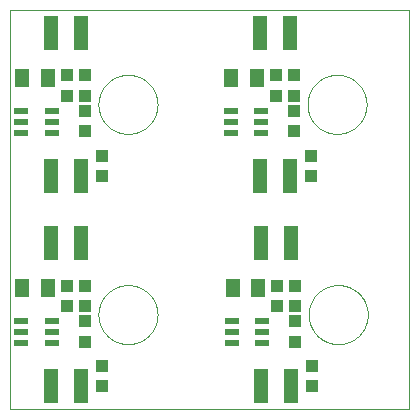
<source format=gtp>
G75*
%MOIN*%
%OFA0B0*%
%FSLAX25Y25*%
%IPPOS*%
%LPD*%
%AMOC8*
5,1,8,0,0,1.08239X$1,22.5*
%
%ADD10C,0.00000*%
%ADD11R,0.04331X0.03937*%
%ADD12R,0.04724X0.11811*%
%ADD13R,0.05000X0.02200*%
%ADD14R,0.05118X0.06299*%
D10*
X0001310Y0001539D02*
X0134381Y0001539D01*
X0134381Y0134610D01*
X0001310Y0134610D01*
X0001310Y0001539D01*
X0030798Y0032996D02*
X0030801Y0033238D01*
X0030810Y0033479D01*
X0030825Y0033720D01*
X0030845Y0033961D01*
X0030872Y0034201D01*
X0030905Y0034440D01*
X0030943Y0034679D01*
X0030987Y0034916D01*
X0031037Y0035153D01*
X0031093Y0035388D01*
X0031155Y0035621D01*
X0031222Y0035853D01*
X0031295Y0036084D01*
X0031373Y0036312D01*
X0031458Y0036538D01*
X0031547Y0036763D01*
X0031642Y0036985D01*
X0031743Y0037204D01*
X0031849Y0037422D01*
X0031960Y0037636D01*
X0032077Y0037848D01*
X0032198Y0038056D01*
X0032325Y0038262D01*
X0032457Y0038464D01*
X0032594Y0038664D01*
X0032735Y0038859D01*
X0032881Y0039052D01*
X0033032Y0039240D01*
X0033188Y0039425D01*
X0033348Y0039606D01*
X0033512Y0039783D01*
X0033681Y0039956D01*
X0033854Y0040125D01*
X0034031Y0040289D01*
X0034212Y0040449D01*
X0034397Y0040605D01*
X0034585Y0040756D01*
X0034778Y0040902D01*
X0034973Y0041043D01*
X0035173Y0041180D01*
X0035375Y0041312D01*
X0035581Y0041439D01*
X0035789Y0041560D01*
X0036001Y0041677D01*
X0036215Y0041788D01*
X0036433Y0041894D01*
X0036652Y0041995D01*
X0036874Y0042090D01*
X0037099Y0042179D01*
X0037325Y0042264D01*
X0037553Y0042342D01*
X0037784Y0042415D01*
X0038016Y0042482D01*
X0038249Y0042544D01*
X0038484Y0042600D01*
X0038721Y0042650D01*
X0038958Y0042694D01*
X0039197Y0042732D01*
X0039436Y0042765D01*
X0039676Y0042792D01*
X0039917Y0042812D01*
X0040158Y0042827D01*
X0040399Y0042836D01*
X0040641Y0042839D01*
X0040883Y0042836D01*
X0041124Y0042827D01*
X0041365Y0042812D01*
X0041606Y0042792D01*
X0041846Y0042765D01*
X0042085Y0042732D01*
X0042324Y0042694D01*
X0042561Y0042650D01*
X0042798Y0042600D01*
X0043033Y0042544D01*
X0043266Y0042482D01*
X0043498Y0042415D01*
X0043729Y0042342D01*
X0043957Y0042264D01*
X0044183Y0042179D01*
X0044408Y0042090D01*
X0044630Y0041995D01*
X0044849Y0041894D01*
X0045067Y0041788D01*
X0045281Y0041677D01*
X0045493Y0041560D01*
X0045701Y0041439D01*
X0045907Y0041312D01*
X0046109Y0041180D01*
X0046309Y0041043D01*
X0046504Y0040902D01*
X0046697Y0040756D01*
X0046885Y0040605D01*
X0047070Y0040449D01*
X0047251Y0040289D01*
X0047428Y0040125D01*
X0047601Y0039956D01*
X0047770Y0039783D01*
X0047934Y0039606D01*
X0048094Y0039425D01*
X0048250Y0039240D01*
X0048401Y0039052D01*
X0048547Y0038859D01*
X0048688Y0038664D01*
X0048825Y0038464D01*
X0048957Y0038262D01*
X0049084Y0038056D01*
X0049205Y0037848D01*
X0049322Y0037636D01*
X0049433Y0037422D01*
X0049539Y0037204D01*
X0049640Y0036985D01*
X0049735Y0036763D01*
X0049824Y0036538D01*
X0049909Y0036312D01*
X0049987Y0036084D01*
X0050060Y0035853D01*
X0050127Y0035621D01*
X0050189Y0035388D01*
X0050245Y0035153D01*
X0050295Y0034916D01*
X0050339Y0034679D01*
X0050377Y0034440D01*
X0050410Y0034201D01*
X0050437Y0033961D01*
X0050457Y0033720D01*
X0050472Y0033479D01*
X0050481Y0033238D01*
X0050484Y0032996D01*
X0050481Y0032754D01*
X0050472Y0032513D01*
X0050457Y0032272D01*
X0050437Y0032031D01*
X0050410Y0031791D01*
X0050377Y0031552D01*
X0050339Y0031313D01*
X0050295Y0031076D01*
X0050245Y0030839D01*
X0050189Y0030604D01*
X0050127Y0030371D01*
X0050060Y0030139D01*
X0049987Y0029908D01*
X0049909Y0029680D01*
X0049824Y0029454D01*
X0049735Y0029229D01*
X0049640Y0029007D01*
X0049539Y0028788D01*
X0049433Y0028570D01*
X0049322Y0028356D01*
X0049205Y0028144D01*
X0049084Y0027936D01*
X0048957Y0027730D01*
X0048825Y0027528D01*
X0048688Y0027328D01*
X0048547Y0027133D01*
X0048401Y0026940D01*
X0048250Y0026752D01*
X0048094Y0026567D01*
X0047934Y0026386D01*
X0047770Y0026209D01*
X0047601Y0026036D01*
X0047428Y0025867D01*
X0047251Y0025703D01*
X0047070Y0025543D01*
X0046885Y0025387D01*
X0046697Y0025236D01*
X0046504Y0025090D01*
X0046309Y0024949D01*
X0046109Y0024812D01*
X0045907Y0024680D01*
X0045701Y0024553D01*
X0045493Y0024432D01*
X0045281Y0024315D01*
X0045067Y0024204D01*
X0044849Y0024098D01*
X0044630Y0023997D01*
X0044408Y0023902D01*
X0044183Y0023813D01*
X0043957Y0023728D01*
X0043729Y0023650D01*
X0043498Y0023577D01*
X0043266Y0023510D01*
X0043033Y0023448D01*
X0042798Y0023392D01*
X0042561Y0023342D01*
X0042324Y0023298D01*
X0042085Y0023260D01*
X0041846Y0023227D01*
X0041606Y0023200D01*
X0041365Y0023180D01*
X0041124Y0023165D01*
X0040883Y0023156D01*
X0040641Y0023153D01*
X0040399Y0023156D01*
X0040158Y0023165D01*
X0039917Y0023180D01*
X0039676Y0023200D01*
X0039436Y0023227D01*
X0039197Y0023260D01*
X0038958Y0023298D01*
X0038721Y0023342D01*
X0038484Y0023392D01*
X0038249Y0023448D01*
X0038016Y0023510D01*
X0037784Y0023577D01*
X0037553Y0023650D01*
X0037325Y0023728D01*
X0037099Y0023813D01*
X0036874Y0023902D01*
X0036652Y0023997D01*
X0036433Y0024098D01*
X0036215Y0024204D01*
X0036001Y0024315D01*
X0035789Y0024432D01*
X0035581Y0024553D01*
X0035375Y0024680D01*
X0035173Y0024812D01*
X0034973Y0024949D01*
X0034778Y0025090D01*
X0034585Y0025236D01*
X0034397Y0025387D01*
X0034212Y0025543D01*
X0034031Y0025703D01*
X0033854Y0025867D01*
X0033681Y0026036D01*
X0033512Y0026209D01*
X0033348Y0026386D01*
X0033188Y0026567D01*
X0033032Y0026752D01*
X0032881Y0026940D01*
X0032735Y0027133D01*
X0032594Y0027328D01*
X0032457Y0027528D01*
X0032325Y0027730D01*
X0032198Y0027936D01*
X0032077Y0028144D01*
X0031960Y0028356D01*
X0031849Y0028570D01*
X0031743Y0028788D01*
X0031642Y0029007D01*
X0031547Y0029229D01*
X0031458Y0029454D01*
X0031373Y0029680D01*
X0031295Y0029908D01*
X0031222Y0030139D01*
X0031155Y0030371D01*
X0031093Y0030604D01*
X0031037Y0030839D01*
X0030987Y0031076D01*
X0030943Y0031313D01*
X0030905Y0031552D01*
X0030872Y0031791D01*
X0030845Y0032031D01*
X0030825Y0032272D01*
X0030810Y0032513D01*
X0030801Y0032754D01*
X0030798Y0032996D01*
X0030798Y0103075D02*
X0030801Y0103317D01*
X0030810Y0103558D01*
X0030825Y0103799D01*
X0030845Y0104040D01*
X0030872Y0104280D01*
X0030905Y0104519D01*
X0030943Y0104758D01*
X0030987Y0104995D01*
X0031037Y0105232D01*
X0031093Y0105467D01*
X0031155Y0105700D01*
X0031222Y0105932D01*
X0031295Y0106163D01*
X0031373Y0106391D01*
X0031458Y0106617D01*
X0031547Y0106842D01*
X0031642Y0107064D01*
X0031743Y0107283D01*
X0031849Y0107501D01*
X0031960Y0107715D01*
X0032077Y0107927D01*
X0032198Y0108135D01*
X0032325Y0108341D01*
X0032457Y0108543D01*
X0032594Y0108743D01*
X0032735Y0108938D01*
X0032881Y0109131D01*
X0033032Y0109319D01*
X0033188Y0109504D01*
X0033348Y0109685D01*
X0033512Y0109862D01*
X0033681Y0110035D01*
X0033854Y0110204D01*
X0034031Y0110368D01*
X0034212Y0110528D01*
X0034397Y0110684D01*
X0034585Y0110835D01*
X0034778Y0110981D01*
X0034973Y0111122D01*
X0035173Y0111259D01*
X0035375Y0111391D01*
X0035581Y0111518D01*
X0035789Y0111639D01*
X0036001Y0111756D01*
X0036215Y0111867D01*
X0036433Y0111973D01*
X0036652Y0112074D01*
X0036874Y0112169D01*
X0037099Y0112258D01*
X0037325Y0112343D01*
X0037553Y0112421D01*
X0037784Y0112494D01*
X0038016Y0112561D01*
X0038249Y0112623D01*
X0038484Y0112679D01*
X0038721Y0112729D01*
X0038958Y0112773D01*
X0039197Y0112811D01*
X0039436Y0112844D01*
X0039676Y0112871D01*
X0039917Y0112891D01*
X0040158Y0112906D01*
X0040399Y0112915D01*
X0040641Y0112918D01*
X0040883Y0112915D01*
X0041124Y0112906D01*
X0041365Y0112891D01*
X0041606Y0112871D01*
X0041846Y0112844D01*
X0042085Y0112811D01*
X0042324Y0112773D01*
X0042561Y0112729D01*
X0042798Y0112679D01*
X0043033Y0112623D01*
X0043266Y0112561D01*
X0043498Y0112494D01*
X0043729Y0112421D01*
X0043957Y0112343D01*
X0044183Y0112258D01*
X0044408Y0112169D01*
X0044630Y0112074D01*
X0044849Y0111973D01*
X0045067Y0111867D01*
X0045281Y0111756D01*
X0045493Y0111639D01*
X0045701Y0111518D01*
X0045907Y0111391D01*
X0046109Y0111259D01*
X0046309Y0111122D01*
X0046504Y0110981D01*
X0046697Y0110835D01*
X0046885Y0110684D01*
X0047070Y0110528D01*
X0047251Y0110368D01*
X0047428Y0110204D01*
X0047601Y0110035D01*
X0047770Y0109862D01*
X0047934Y0109685D01*
X0048094Y0109504D01*
X0048250Y0109319D01*
X0048401Y0109131D01*
X0048547Y0108938D01*
X0048688Y0108743D01*
X0048825Y0108543D01*
X0048957Y0108341D01*
X0049084Y0108135D01*
X0049205Y0107927D01*
X0049322Y0107715D01*
X0049433Y0107501D01*
X0049539Y0107283D01*
X0049640Y0107064D01*
X0049735Y0106842D01*
X0049824Y0106617D01*
X0049909Y0106391D01*
X0049987Y0106163D01*
X0050060Y0105932D01*
X0050127Y0105700D01*
X0050189Y0105467D01*
X0050245Y0105232D01*
X0050295Y0104995D01*
X0050339Y0104758D01*
X0050377Y0104519D01*
X0050410Y0104280D01*
X0050437Y0104040D01*
X0050457Y0103799D01*
X0050472Y0103558D01*
X0050481Y0103317D01*
X0050484Y0103075D01*
X0050481Y0102833D01*
X0050472Y0102592D01*
X0050457Y0102351D01*
X0050437Y0102110D01*
X0050410Y0101870D01*
X0050377Y0101631D01*
X0050339Y0101392D01*
X0050295Y0101155D01*
X0050245Y0100918D01*
X0050189Y0100683D01*
X0050127Y0100450D01*
X0050060Y0100218D01*
X0049987Y0099987D01*
X0049909Y0099759D01*
X0049824Y0099533D01*
X0049735Y0099308D01*
X0049640Y0099086D01*
X0049539Y0098867D01*
X0049433Y0098649D01*
X0049322Y0098435D01*
X0049205Y0098223D01*
X0049084Y0098015D01*
X0048957Y0097809D01*
X0048825Y0097607D01*
X0048688Y0097407D01*
X0048547Y0097212D01*
X0048401Y0097019D01*
X0048250Y0096831D01*
X0048094Y0096646D01*
X0047934Y0096465D01*
X0047770Y0096288D01*
X0047601Y0096115D01*
X0047428Y0095946D01*
X0047251Y0095782D01*
X0047070Y0095622D01*
X0046885Y0095466D01*
X0046697Y0095315D01*
X0046504Y0095169D01*
X0046309Y0095028D01*
X0046109Y0094891D01*
X0045907Y0094759D01*
X0045701Y0094632D01*
X0045493Y0094511D01*
X0045281Y0094394D01*
X0045067Y0094283D01*
X0044849Y0094177D01*
X0044630Y0094076D01*
X0044408Y0093981D01*
X0044183Y0093892D01*
X0043957Y0093807D01*
X0043729Y0093729D01*
X0043498Y0093656D01*
X0043266Y0093589D01*
X0043033Y0093527D01*
X0042798Y0093471D01*
X0042561Y0093421D01*
X0042324Y0093377D01*
X0042085Y0093339D01*
X0041846Y0093306D01*
X0041606Y0093279D01*
X0041365Y0093259D01*
X0041124Y0093244D01*
X0040883Y0093235D01*
X0040641Y0093232D01*
X0040399Y0093235D01*
X0040158Y0093244D01*
X0039917Y0093259D01*
X0039676Y0093279D01*
X0039436Y0093306D01*
X0039197Y0093339D01*
X0038958Y0093377D01*
X0038721Y0093421D01*
X0038484Y0093471D01*
X0038249Y0093527D01*
X0038016Y0093589D01*
X0037784Y0093656D01*
X0037553Y0093729D01*
X0037325Y0093807D01*
X0037099Y0093892D01*
X0036874Y0093981D01*
X0036652Y0094076D01*
X0036433Y0094177D01*
X0036215Y0094283D01*
X0036001Y0094394D01*
X0035789Y0094511D01*
X0035581Y0094632D01*
X0035375Y0094759D01*
X0035173Y0094891D01*
X0034973Y0095028D01*
X0034778Y0095169D01*
X0034585Y0095315D01*
X0034397Y0095466D01*
X0034212Y0095622D01*
X0034031Y0095782D01*
X0033854Y0095946D01*
X0033681Y0096115D01*
X0033512Y0096288D01*
X0033348Y0096465D01*
X0033188Y0096646D01*
X0033032Y0096831D01*
X0032881Y0097019D01*
X0032735Y0097212D01*
X0032594Y0097407D01*
X0032457Y0097607D01*
X0032325Y0097809D01*
X0032198Y0098015D01*
X0032077Y0098223D01*
X0031960Y0098435D01*
X0031849Y0098649D01*
X0031743Y0098867D01*
X0031642Y0099086D01*
X0031547Y0099308D01*
X0031458Y0099533D01*
X0031373Y0099759D01*
X0031295Y0099987D01*
X0031222Y0100218D01*
X0031155Y0100450D01*
X0031093Y0100683D01*
X0031037Y0100918D01*
X0030987Y0101155D01*
X0030943Y0101392D01*
X0030905Y0101631D01*
X0030872Y0101870D01*
X0030845Y0102110D01*
X0030825Y0102351D01*
X0030810Y0102592D01*
X0030801Y0102833D01*
X0030798Y0103075D01*
X0100483Y0103075D02*
X0100486Y0103317D01*
X0100495Y0103558D01*
X0100510Y0103799D01*
X0100530Y0104040D01*
X0100557Y0104280D01*
X0100590Y0104519D01*
X0100628Y0104758D01*
X0100672Y0104995D01*
X0100722Y0105232D01*
X0100778Y0105467D01*
X0100840Y0105700D01*
X0100907Y0105932D01*
X0100980Y0106163D01*
X0101058Y0106391D01*
X0101143Y0106617D01*
X0101232Y0106842D01*
X0101327Y0107064D01*
X0101428Y0107283D01*
X0101534Y0107501D01*
X0101645Y0107715D01*
X0101762Y0107927D01*
X0101883Y0108135D01*
X0102010Y0108341D01*
X0102142Y0108543D01*
X0102279Y0108743D01*
X0102420Y0108938D01*
X0102566Y0109131D01*
X0102717Y0109319D01*
X0102873Y0109504D01*
X0103033Y0109685D01*
X0103197Y0109862D01*
X0103366Y0110035D01*
X0103539Y0110204D01*
X0103716Y0110368D01*
X0103897Y0110528D01*
X0104082Y0110684D01*
X0104270Y0110835D01*
X0104463Y0110981D01*
X0104658Y0111122D01*
X0104858Y0111259D01*
X0105060Y0111391D01*
X0105266Y0111518D01*
X0105474Y0111639D01*
X0105686Y0111756D01*
X0105900Y0111867D01*
X0106118Y0111973D01*
X0106337Y0112074D01*
X0106559Y0112169D01*
X0106784Y0112258D01*
X0107010Y0112343D01*
X0107238Y0112421D01*
X0107469Y0112494D01*
X0107701Y0112561D01*
X0107934Y0112623D01*
X0108169Y0112679D01*
X0108406Y0112729D01*
X0108643Y0112773D01*
X0108882Y0112811D01*
X0109121Y0112844D01*
X0109361Y0112871D01*
X0109602Y0112891D01*
X0109843Y0112906D01*
X0110084Y0112915D01*
X0110326Y0112918D01*
X0110568Y0112915D01*
X0110809Y0112906D01*
X0111050Y0112891D01*
X0111291Y0112871D01*
X0111531Y0112844D01*
X0111770Y0112811D01*
X0112009Y0112773D01*
X0112246Y0112729D01*
X0112483Y0112679D01*
X0112718Y0112623D01*
X0112951Y0112561D01*
X0113183Y0112494D01*
X0113414Y0112421D01*
X0113642Y0112343D01*
X0113868Y0112258D01*
X0114093Y0112169D01*
X0114315Y0112074D01*
X0114534Y0111973D01*
X0114752Y0111867D01*
X0114966Y0111756D01*
X0115178Y0111639D01*
X0115386Y0111518D01*
X0115592Y0111391D01*
X0115794Y0111259D01*
X0115994Y0111122D01*
X0116189Y0110981D01*
X0116382Y0110835D01*
X0116570Y0110684D01*
X0116755Y0110528D01*
X0116936Y0110368D01*
X0117113Y0110204D01*
X0117286Y0110035D01*
X0117455Y0109862D01*
X0117619Y0109685D01*
X0117779Y0109504D01*
X0117935Y0109319D01*
X0118086Y0109131D01*
X0118232Y0108938D01*
X0118373Y0108743D01*
X0118510Y0108543D01*
X0118642Y0108341D01*
X0118769Y0108135D01*
X0118890Y0107927D01*
X0119007Y0107715D01*
X0119118Y0107501D01*
X0119224Y0107283D01*
X0119325Y0107064D01*
X0119420Y0106842D01*
X0119509Y0106617D01*
X0119594Y0106391D01*
X0119672Y0106163D01*
X0119745Y0105932D01*
X0119812Y0105700D01*
X0119874Y0105467D01*
X0119930Y0105232D01*
X0119980Y0104995D01*
X0120024Y0104758D01*
X0120062Y0104519D01*
X0120095Y0104280D01*
X0120122Y0104040D01*
X0120142Y0103799D01*
X0120157Y0103558D01*
X0120166Y0103317D01*
X0120169Y0103075D01*
X0120166Y0102833D01*
X0120157Y0102592D01*
X0120142Y0102351D01*
X0120122Y0102110D01*
X0120095Y0101870D01*
X0120062Y0101631D01*
X0120024Y0101392D01*
X0119980Y0101155D01*
X0119930Y0100918D01*
X0119874Y0100683D01*
X0119812Y0100450D01*
X0119745Y0100218D01*
X0119672Y0099987D01*
X0119594Y0099759D01*
X0119509Y0099533D01*
X0119420Y0099308D01*
X0119325Y0099086D01*
X0119224Y0098867D01*
X0119118Y0098649D01*
X0119007Y0098435D01*
X0118890Y0098223D01*
X0118769Y0098015D01*
X0118642Y0097809D01*
X0118510Y0097607D01*
X0118373Y0097407D01*
X0118232Y0097212D01*
X0118086Y0097019D01*
X0117935Y0096831D01*
X0117779Y0096646D01*
X0117619Y0096465D01*
X0117455Y0096288D01*
X0117286Y0096115D01*
X0117113Y0095946D01*
X0116936Y0095782D01*
X0116755Y0095622D01*
X0116570Y0095466D01*
X0116382Y0095315D01*
X0116189Y0095169D01*
X0115994Y0095028D01*
X0115794Y0094891D01*
X0115592Y0094759D01*
X0115386Y0094632D01*
X0115178Y0094511D01*
X0114966Y0094394D01*
X0114752Y0094283D01*
X0114534Y0094177D01*
X0114315Y0094076D01*
X0114093Y0093981D01*
X0113868Y0093892D01*
X0113642Y0093807D01*
X0113414Y0093729D01*
X0113183Y0093656D01*
X0112951Y0093589D01*
X0112718Y0093527D01*
X0112483Y0093471D01*
X0112246Y0093421D01*
X0112009Y0093377D01*
X0111770Y0093339D01*
X0111531Y0093306D01*
X0111291Y0093279D01*
X0111050Y0093259D01*
X0110809Y0093244D01*
X0110568Y0093235D01*
X0110326Y0093232D01*
X0110084Y0093235D01*
X0109843Y0093244D01*
X0109602Y0093259D01*
X0109361Y0093279D01*
X0109121Y0093306D01*
X0108882Y0093339D01*
X0108643Y0093377D01*
X0108406Y0093421D01*
X0108169Y0093471D01*
X0107934Y0093527D01*
X0107701Y0093589D01*
X0107469Y0093656D01*
X0107238Y0093729D01*
X0107010Y0093807D01*
X0106784Y0093892D01*
X0106559Y0093981D01*
X0106337Y0094076D01*
X0106118Y0094177D01*
X0105900Y0094283D01*
X0105686Y0094394D01*
X0105474Y0094511D01*
X0105266Y0094632D01*
X0105060Y0094759D01*
X0104858Y0094891D01*
X0104658Y0095028D01*
X0104463Y0095169D01*
X0104270Y0095315D01*
X0104082Y0095466D01*
X0103897Y0095622D01*
X0103716Y0095782D01*
X0103539Y0095946D01*
X0103366Y0096115D01*
X0103197Y0096288D01*
X0103033Y0096465D01*
X0102873Y0096646D01*
X0102717Y0096831D01*
X0102566Y0097019D01*
X0102420Y0097212D01*
X0102279Y0097407D01*
X0102142Y0097607D01*
X0102010Y0097809D01*
X0101883Y0098015D01*
X0101762Y0098223D01*
X0101645Y0098435D01*
X0101534Y0098649D01*
X0101428Y0098867D01*
X0101327Y0099086D01*
X0101232Y0099308D01*
X0101143Y0099533D01*
X0101058Y0099759D01*
X0100980Y0099987D01*
X0100907Y0100218D01*
X0100840Y0100450D01*
X0100778Y0100683D01*
X0100722Y0100918D01*
X0100672Y0101155D01*
X0100628Y0101392D01*
X0100590Y0101631D01*
X0100557Y0101870D01*
X0100530Y0102110D01*
X0100510Y0102351D01*
X0100495Y0102592D01*
X0100486Y0102833D01*
X0100483Y0103075D01*
X0100876Y0032996D02*
X0100879Y0033238D01*
X0100888Y0033479D01*
X0100903Y0033720D01*
X0100923Y0033961D01*
X0100950Y0034201D01*
X0100983Y0034440D01*
X0101021Y0034679D01*
X0101065Y0034916D01*
X0101115Y0035153D01*
X0101171Y0035388D01*
X0101233Y0035621D01*
X0101300Y0035853D01*
X0101373Y0036084D01*
X0101451Y0036312D01*
X0101536Y0036538D01*
X0101625Y0036763D01*
X0101720Y0036985D01*
X0101821Y0037204D01*
X0101927Y0037422D01*
X0102038Y0037636D01*
X0102155Y0037848D01*
X0102276Y0038056D01*
X0102403Y0038262D01*
X0102535Y0038464D01*
X0102672Y0038664D01*
X0102813Y0038859D01*
X0102959Y0039052D01*
X0103110Y0039240D01*
X0103266Y0039425D01*
X0103426Y0039606D01*
X0103590Y0039783D01*
X0103759Y0039956D01*
X0103932Y0040125D01*
X0104109Y0040289D01*
X0104290Y0040449D01*
X0104475Y0040605D01*
X0104663Y0040756D01*
X0104856Y0040902D01*
X0105051Y0041043D01*
X0105251Y0041180D01*
X0105453Y0041312D01*
X0105659Y0041439D01*
X0105867Y0041560D01*
X0106079Y0041677D01*
X0106293Y0041788D01*
X0106511Y0041894D01*
X0106730Y0041995D01*
X0106952Y0042090D01*
X0107177Y0042179D01*
X0107403Y0042264D01*
X0107631Y0042342D01*
X0107862Y0042415D01*
X0108094Y0042482D01*
X0108327Y0042544D01*
X0108562Y0042600D01*
X0108799Y0042650D01*
X0109036Y0042694D01*
X0109275Y0042732D01*
X0109514Y0042765D01*
X0109754Y0042792D01*
X0109995Y0042812D01*
X0110236Y0042827D01*
X0110477Y0042836D01*
X0110719Y0042839D01*
X0110961Y0042836D01*
X0111202Y0042827D01*
X0111443Y0042812D01*
X0111684Y0042792D01*
X0111924Y0042765D01*
X0112163Y0042732D01*
X0112402Y0042694D01*
X0112639Y0042650D01*
X0112876Y0042600D01*
X0113111Y0042544D01*
X0113344Y0042482D01*
X0113576Y0042415D01*
X0113807Y0042342D01*
X0114035Y0042264D01*
X0114261Y0042179D01*
X0114486Y0042090D01*
X0114708Y0041995D01*
X0114927Y0041894D01*
X0115145Y0041788D01*
X0115359Y0041677D01*
X0115571Y0041560D01*
X0115779Y0041439D01*
X0115985Y0041312D01*
X0116187Y0041180D01*
X0116387Y0041043D01*
X0116582Y0040902D01*
X0116775Y0040756D01*
X0116963Y0040605D01*
X0117148Y0040449D01*
X0117329Y0040289D01*
X0117506Y0040125D01*
X0117679Y0039956D01*
X0117848Y0039783D01*
X0118012Y0039606D01*
X0118172Y0039425D01*
X0118328Y0039240D01*
X0118479Y0039052D01*
X0118625Y0038859D01*
X0118766Y0038664D01*
X0118903Y0038464D01*
X0119035Y0038262D01*
X0119162Y0038056D01*
X0119283Y0037848D01*
X0119400Y0037636D01*
X0119511Y0037422D01*
X0119617Y0037204D01*
X0119718Y0036985D01*
X0119813Y0036763D01*
X0119902Y0036538D01*
X0119987Y0036312D01*
X0120065Y0036084D01*
X0120138Y0035853D01*
X0120205Y0035621D01*
X0120267Y0035388D01*
X0120323Y0035153D01*
X0120373Y0034916D01*
X0120417Y0034679D01*
X0120455Y0034440D01*
X0120488Y0034201D01*
X0120515Y0033961D01*
X0120535Y0033720D01*
X0120550Y0033479D01*
X0120559Y0033238D01*
X0120562Y0032996D01*
X0120559Y0032754D01*
X0120550Y0032513D01*
X0120535Y0032272D01*
X0120515Y0032031D01*
X0120488Y0031791D01*
X0120455Y0031552D01*
X0120417Y0031313D01*
X0120373Y0031076D01*
X0120323Y0030839D01*
X0120267Y0030604D01*
X0120205Y0030371D01*
X0120138Y0030139D01*
X0120065Y0029908D01*
X0119987Y0029680D01*
X0119902Y0029454D01*
X0119813Y0029229D01*
X0119718Y0029007D01*
X0119617Y0028788D01*
X0119511Y0028570D01*
X0119400Y0028356D01*
X0119283Y0028144D01*
X0119162Y0027936D01*
X0119035Y0027730D01*
X0118903Y0027528D01*
X0118766Y0027328D01*
X0118625Y0027133D01*
X0118479Y0026940D01*
X0118328Y0026752D01*
X0118172Y0026567D01*
X0118012Y0026386D01*
X0117848Y0026209D01*
X0117679Y0026036D01*
X0117506Y0025867D01*
X0117329Y0025703D01*
X0117148Y0025543D01*
X0116963Y0025387D01*
X0116775Y0025236D01*
X0116582Y0025090D01*
X0116387Y0024949D01*
X0116187Y0024812D01*
X0115985Y0024680D01*
X0115779Y0024553D01*
X0115571Y0024432D01*
X0115359Y0024315D01*
X0115145Y0024204D01*
X0114927Y0024098D01*
X0114708Y0023997D01*
X0114486Y0023902D01*
X0114261Y0023813D01*
X0114035Y0023728D01*
X0113807Y0023650D01*
X0113576Y0023577D01*
X0113344Y0023510D01*
X0113111Y0023448D01*
X0112876Y0023392D01*
X0112639Y0023342D01*
X0112402Y0023298D01*
X0112163Y0023260D01*
X0111924Y0023227D01*
X0111684Y0023200D01*
X0111443Y0023180D01*
X0111202Y0023165D01*
X0110961Y0023156D01*
X0110719Y0023153D01*
X0110477Y0023156D01*
X0110236Y0023165D01*
X0109995Y0023180D01*
X0109754Y0023200D01*
X0109514Y0023227D01*
X0109275Y0023260D01*
X0109036Y0023298D01*
X0108799Y0023342D01*
X0108562Y0023392D01*
X0108327Y0023448D01*
X0108094Y0023510D01*
X0107862Y0023577D01*
X0107631Y0023650D01*
X0107403Y0023728D01*
X0107177Y0023813D01*
X0106952Y0023902D01*
X0106730Y0023997D01*
X0106511Y0024098D01*
X0106293Y0024204D01*
X0106079Y0024315D01*
X0105867Y0024432D01*
X0105659Y0024553D01*
X0105453Y0024680D01*
X0105251Y0024812D01*
X0105051Y0024949D01*
X0104856Y0025090D01*
X0104663Y0025236D01*
X0104475Y0025387D01*
X0104290Y0025543D01*
X0104109Y0025703D01*
X0103932Y0025867D01*
X0103759Y0026036D01*
X0103590Y0026209D01*
X0103426Y0026386D01*
X0103266Y0026567D01*
X0103110Y0026752D01*
X0102959Y0026940D01*
X0102813Y0027133D01*
X0102672Y0027328D01*
X0102535Y0027528D01*
X0102403Y0027730D01*
X0102276Y0027936D01*
X0102155Y0028144D01*
X0102038Y0028356D01*
X0101927Y0028570D01*
X0101821Y0028788D01*
X0101720Y0029007D01*
X0101625Y0029229D01*
X0101536Y0029454D01*
X0101451Y0029680D01*
X0101373Y0029908D01*
X0101300Y0030139D01*
X0101233Y0030371D01*
X0101171Y0030604D01*
X0101115Y0030839D01*
X0101065Y0031076D01*
X0101021Y0031313D01*
X0100983Y0031552D01*
X0100950Y0031791D01*
X0100923Y0032031D01*
X0100903Y0032272D01*
X0100888Y0032513D01*
X0100879Y0032754D01*
X0100876Y0032996D01*
D11*
X0096310Y0030713D03*
X0096310Y0035949D03*
X0090365Y0035949D03*
X0090365Y0042642D03*
X0096310Y0042642D03*
X0096310Y0024020D03*
X0102058Y0015870D03*
X0102058Y0009177D03*
X0031979Y0009177D03*
X0031979Y0015870D03*
X0026231Y0024020D03*
X0026231Y0030713D03*
X0026231Y0035949D03*
X0020286Y0035949D03*
X0020286Y0042642D03*
X0026231Y0042642D03*
X0031979Y0079256D03*
X0031979Y0085949D03*
X0026231Y0094098D03*
X0026231Y0100791D03*
X0026231Y0106028D03*
X0020286Y0106028D03*
X0020286Y0112720D03*
X0026231Y0112720D03*
X0089971Y0112720D03*
X0095916Y0112720D03*
X0095916Y0106028D03*
X0095916Y0100791D03*
X0089971Y0106028D03*
X0095916Y0094098D03*
X0101664Y0085949D03*
X0101664Y0079256D03*
D12*
X0094735Y0079295D03*
X0084735Y0079295D03*
X0085129Y0056933D03*
X0095129Y0056933D03*
X0095129Y0009217D03*
X0085129Y0009217D03*
X0025050Y0009217D03*
X0015050Y0009217D03*
X0015050Y0056933D03*
X0025050Y0056933D03*
X0025050Y0079295D03*
X0015050Y0079295D03*
X0015050Y0127012D03*
X0025050Y0127012D03*
X0084735Y0127012D03*
X0094735Y0127012D03*
D13*
X0085032Y0100948D03*
X0085032Y0097248D03*
X0085032Y0093548D03*
X0074832Y0093548D03*
X0074832Y0097248D03*
X0074832Y0100948D03*
X0015347Y0100948D03*
X0015347Y0097248D03*
X0015347Y0093548D03*
X0005147Y0093548D03*
X0005147Y0097248D03*
X0005147Y0100948D03*
X0005147Y0030869D03*
X0005147Y0027169D03*
X0005147Y0023469D03*
X0015347Y0023469D03*
X0015347Y0027169D03*
X0015347Y0030869D03*
X0075226Y0030869D03*
X0075226Y0027169D03*
X0075226Y0023469D03*
X0085426Y0023469D03*
X0085426Y0027169D03*
X0085426Y0030869D03*
D14*
X0084144Y0041854D03*
X0075483Y0041854D03*
X0014066Y0041854D03*
X0005404Y0041854D03*
X0005404Y0111933D03*
X0014066Y0111933D03*
X0075089Y0111933D03*
X0083751Y0111933D03*
M02*

</source>
